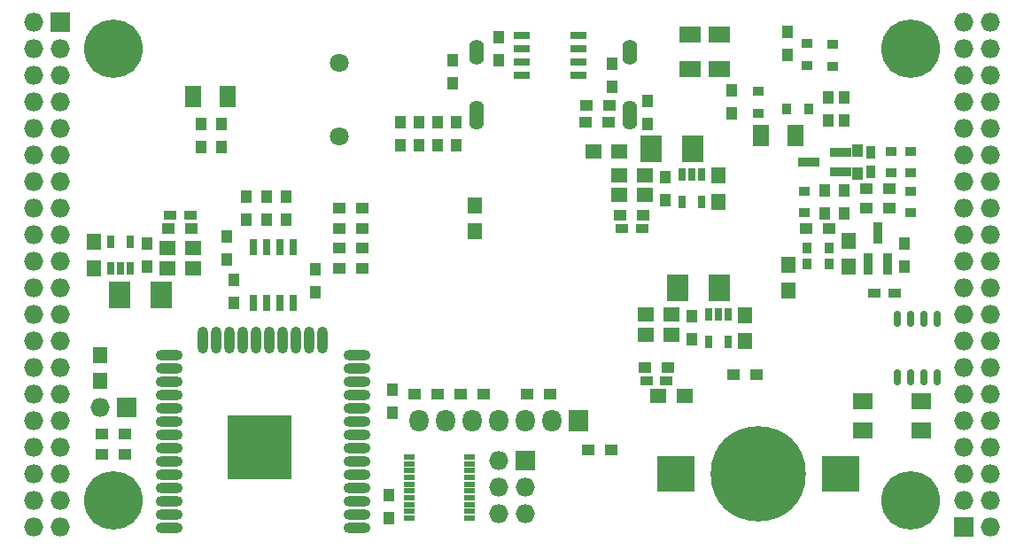
<source format=gbs>
G04 #@! TF.FileFunction,Soldermask,Bot*
%FSLAX46Y46*%
G04 Gerber Fmt 4.6, Leading zero omitted, Abs format (unit mm)*
G04 Created by KiCad (PCBNEW 4.0.7+dfsg1-1) date Tue Oct  3 00:54:53 2017*
%MOMM*%
%LPD*%
G01*
G04 APERTURE LIST*
%ADD10C,0.100000*%
%ADD11R,1.000000X1.300000*%
%ADD12R,2.132000X1.624000*%
%ADD13R,2.100000X2.600000*%
%ADD14R,0.800000X1.300000*%
%ADD15R,1.350000X1.600000*%
%ADD16R,1.600000X1.350000*%
%ADD17R,1.624000X2.132000*%
%ADD18O,0.709600X1.573200*%
%ADD19R,0.900000X1.000000*%
%ADD20R,1.000000X0.900000*%
%ADD21R,0.900000X2.000000*%
%ADD22R,2.000000X0.900000*%
%ADD23R,1.300000X0.850000*%
%ADD24R,0.850000X1.300000*%
%ADD25R,1.300000X1.000000*%
%ADD26R,0.700000X1.650000*%
%ADD27R,1.650000X0.700000*%
%ADD28O,2.600000X1.000000*%
%ADD29O,1.000000X2.600000*%
%ADD30R,6.100000X6.100000*%
%ADD31R,1.827200X1.827200*%
%ADD32O,1.827200X1.827200*%
%ADD33C,5.600000*%
%ADD34R,1.100000X0.500000*%
%ADD35R,1.827200X2.132000*%
%ADD36O,1.827200X2.132000*%
%ADD37R,3.600000X3.400000*%
%ADD38C,9.100000*%
%ADD39C,1.800000*%
%ADD40O,1.400000X2.800000*%
%ADD41O,1.400000X2.400000*%
%ADD42R,1.900000X1.500000*%
G04 APERTURE END LIST*
D10*
D11*
X154044000Y-72426000D03*
X154044000Y-70226000D03*
D12*
X160902000Y-63833000D03*
X160902000Y-67135000D03*
X158108000Y-67135000D03*
X158108000Y-63833000D03*
D13*
X160870000Y-88090000D03*
X156870000Y-88090000D03*
D14*
X159825000Y-90600000D03*
X160775000Y-90600000D03*
X161725000Y-90600000D03*
X161725000Y-93200000D03*
X159825000Y-93200000D03*
D13*
X158330000Y-74755000D03*
X154330000Y-74755000D03*
D14*
X157285000Y-77235000D03*
X158235000Y-77235000D03*
X159185000Y-77235000D03*
X159185000Y-79835000D03*
X157285000Y-79835000D03*
D13*
X103530000Y-88725000D03*
X107530000Y-88725000D03*
D14*
X104575000Y-86215000D03*
X103625000Y-86215000D03*
X102675000Y-86215000D03*
X102675000Y-83615000D03*
X104575000Y-83615000D03*
D15*
X101085000Y-83665000D03*
X101085000Y-86165000D03*
D16*
X153810000Y-90630000D03*
X156310000Y-90630000D03*
X153810000Y-92535000D03*
X156310000Y-92535000D03*
D15*
X163315000Y-93150000D03*
X163315000Y-90650000D03*
D16*
X151270000Y-79200000D03*
X153770000Y-79200000D03*
X151270000Y-77295000D03*
X153770000Y-77295000D03*
D15*
X160775000Y-79815000D03*
X160775000Y-77315000D03*
D16*
X110590000Y-84280000D03*
X108090000Y-84280000D03*
X110590000Y-86185000D03*
X108090000Y-86185000D03*
D17*
X110610000Y-69802000D03*
X113912000Y-69802000D03*
X168141000Y-73485000D03*
X164839000Y-73485000D03*
D18*
X181730000Y-96599000D03*
X180460000Y-96599000D03*
X179190000Y-96599000D03*
X177920000Y-96599000D03*
X177920000Y-91011000D03*
X179190000Y-91011000D03*
X180460000Y-91011000D03*
X181730000Y-91011000D03*
D15*
X173221000Y-86038000D03*
X173221000Y-83538000D03*
D19*
X169250000Y-84280000D03*
X171350000Y-84280000D03*
D20*
X179190000Y-80885000D03*
X179190000Y-78785000D03*
X177285000Y-74975000D03*
X177285000Y-77075000D03*
X169030000Y-80885000D03*
X169030000Y-78785000D03*
D21*
X176965000Y-85780000D03*
X175065000Y-85780000D03*
X176015000Y-82780000D03*
D22*
X172435000Y-75075000D03*
X172435000Y-76975000D03*
X169435000Y-76025000D03*
D23*
X153910000Y-96910000D03*
X155810000Y-96910000D03*
X151570000Y-82375000D03*
X153470000Y-82375000D03*
X110290000Y-81105000D03*
X108390000Y-81105000D03*
D24*
X175380000Y-75075000D03*
X175380000Y-76975000D03*
D25*
X169200000Y-82375000D03*
X171400000Y-82375000D03*
D11*
X172840000Y-80935000D03*
X172840000Y-78735000D03*
D25*
X177115000Y-80470000D03*
X174915000Y-80470000D03*
D11*
X174110000Y-74925000D03*
X174110000Y-77125000D03*
X178555000Y-83815000D03*
X178555000Y-86015000D03*
X113785000Y-83180000D03*
X113785000Y-85380000D03*
X170935000Y-80935000D03*
X170935000Y-78735000D03*
X129280000Y-107900000D03*
X129280000Y-110100000D03*
D25*
X150572000Y-103584000D03*
X148372000Y-103584000D03*
X177115000Y-78565000D03*
X174915000Y-78565000D03*
X153760000Y-95640000D03*
X155960000Y-95640000D03*
X110440000Y-82375000D03*
X108240000Y-82375000D03*
X151420000Y-81105000D03*
X153620000Y-81105000D03*
D11*
X158235000Y-90800000D03*
X158235000Y-93000000D03*
X106165000Y-86015000D03*
X106165000Y-83815000D03*
X155695000Y-77465000D03*
X155695000Y-79665000D03*
D25*
X126782000Y-86185000D03*
X124582000Y-86185000D03*
X126782000Y-84279000D03*
X124582000Y-84279000D03*
X126782000Y-82375000D03*
X124582000Y-82375000D03*
X126782000Y-80470000D03*
X124582000Y-80470000D03*
D11*
X130422000Y-74458000D03*
X130422000Y-72258000D03*
X132200000Y-74458000D03*
X132200000Y-72258000D03*
X133978000Y-74458000D03*
X133978000Y-72258000D03*
X135756000Y-74458000D03*
X135756000Y-72258000D03*
D26*
X116325000Y-84120000D03*
X117595000Y-84120000D03*
X118865000Y-84120000D03*
X120135000Y-84120000D03*
X120135000Y-89520000D03*
X118865000Y-89520000D03*
X117595000Y-89520000D03*
X116325000Y-89520000D03*
D23*
X175700000Y-88598000D03*
X177600000Y-88598000D03*
D27*
X141980000Y-67705000D03*
X141980000Y-66435000D03*
X141980000Y-65165000D03*
X141980000Y-63895000D03*
X147380000Y-63895000D03*
X147380000Y-65165000D03*
X147380000Y-66435000D03*
X147380000Y-67705000D03*
D19*
X171350000Y-85804000D03*
X169250000Y-85804000D03*
D20*
X179190000Y-77075000D03*
X179190000Y-74975000D03*
D28*
X126260434Y-111030338D03*
X126260434Y-109760338D03*
X126260434Y-108490338D03*
X126260434Y-107220338D03*
X126260434Y-105950338D03*
X126260434Y-104680338D03*
X126260434Y-103410338D03*
X126260434Y-102140338D03*
X126260434Y-100870338D03*
X126260434Y-99600338D03*
X126260434Y-98330338D03*
X126260434Y-97060338D03*
X126260434Y-95790338D03*
X126260434Y-94520338D03*
D29*
X122975434Y-93030338D03*
X121705434Y-93030338D03*
X120435434Y-93030338D03*
X119165434Y-93030338D03*
X117895434Y-93030338D03*
X116625434Y-93030338D03*
X115355434Y-93030338D03*
X114085434Y-93030338D03*
X112815434Y-93030338D03*
X111545434Y-93030338D03*
D28*
X108260434Y-94520338D03*
X108260434Y-95790338D03*
X108260434Y-97060338D03*
X108260434Y-98330338D03*
X108260434Y-99600338D03*
X108260434Y-100870338D03*
X108260434Y-102140338D03*
X108260434Y-103410338D03*
X108260434Y-104680338D03*
X108260434Y-105950338D03*
X108260434Y-107220338D03*
X108260434Y-108490338D03*
X108260434Y-109760338D03*
X108260434Y-111030338D03*
D30*
X116960434Y-103330338D03*
D31*
X97910000Y-62690000D03*
D32*
X95370000Y-62690000D03*
X97910000Y-65230000D03*
X95370000Y-65230000D03*
X97910000Y-67770000D03*
X95370000Y-67770000D03*
X97910000Y-70310000D03*
X95370000Y-70310000D03*
X97910000Y-72850000D03*
X95370000Y-72850000D03*
X97910000Y-75390000D03*
X95370000Y-75390000D03*
X97910000Y-77930000D03*
X95370000Y-77930000D03*
X97910000Y-80470000D03*
X95370000Y-80470000D03*
X97910000Y-83010000D03*
X95370000Y-83010000D03*
X97910000Y-85550000D03*
X95370000Y-85550000D03*
X97910000Y-88090000D03*
X95370000Y-88090000D03*
X97910000Y-90630000D03*
X95370000Y-90630000D03*
X97910000Y-93170000D03*
X95370000Y-93170000D03*
X97910000Y-95710000D03*
X95370000Y-95710000D03*
X97910000Y-98250000D03*
X95370000Y-98250000D03*
X97910000Y-100790000D03*
X95370000Y-100790000D03*
X97910000Y-103330000D03*
X95370000Y-103330000D03*
X97910000Y-105870000D03*
X95370000Y-105870000D03*
X97910000Y-108410000D03*
X95370000Y-108410000D03*
X97910000Y-110950000D03*
X95370000Y-110950000D03*
D31*
X184270000Y-110950000D03*
D32*
X186810000Y-110950000D03*
X184270000Y-108410000D03*
X186810000Y-108410000D03*
X184270000Y-105870000D03*
X186810000Y-105870000D03*
X184270000Y-103330000D03*
X186810000Y-103330000D03*
X184270000Y-100790000D03*
X186810000Y-100790000D03*
X184270000Y-98250000D03*
X186810000Y-98250000D03*
X184270000Y-95710000D03*
X186810000Y-95710000D03*
X184270000Y-93170000D03*
X186810000Y-93170000D03*
X184270000Y-90630000D03*
X186810000Y-90630000D03*
X184270000Y-88090000D03*
X186810000Y-88090000D03*
X184270000Y-85550000D03*
X186810000Y-85550000D03*
X184270000Y-83010000D03*
X186810000Y-83010000D03*
X184270000Y-80470000D03*
X186810000Y-80470000D03*
X184270000Y-77930000D03*
X186810000Y-77930000D03*
X184270000Y-75390000D03*
X186810000Y-75390000D03*
X184270000Y-72850000D03*
X186810000Y-72850000D03*
X184270000Y-70310000D03*
X186810000Y-70310000D03*
X184270000Y-67770000D03*
X186810000Y-67770000D03*
X184270000Y-65230000D03*
X186810000Y-65230000D03*
X184270000Y-62690000D03*
X186810000Y-62690000D03*
D33*
X102990000Y-108410000D03*
X179190000Y-108410000D03*
X179190000Y-65230000D03*
X102990000Y-65230000D03*
D19*
X167345000Y-70945000D03*
X169445000Y-70945000D03*
D20*
X164585000Y-69260000D03*
X164585000Y-71360000D03*
D11*
X162045000Y-71410000D03*
X162045000Y-69210000D03*
X139820000Y-66330000D03*
X139820000Y-64130000D03*
X135375000Y-68532000D03*
X135375000Y-66332000D03*
X150615000Y-68870000D03*
X150615000Y-66670000D03*
D25*
X150275000Y-72215000D03*
X148075000Y-72215000D03*
X150380000Y-70600000D03*
X148180000Y-70600000D03*
D34*
X137005000Y-104215000D03*
X137005000Y-104865000D03*
X137005000Y-105515000D03*
X137005000Y-106165000D03*
X137005000Y-106815000D03*
X137005000Y-107465000D03*
X137005000Y-108115000D03*
X137005000Y-108765000D03*
X137005000Y-109415000D03*
X137005000Y-110065000D03*
X131205000Y-110065000D03*
X131205000Y-109415000D03*
X131205000Y-108765000D03*
X131205000Y-108115000D03*
X131205000Y-107465000D03*
X131205000Y-106815000D03*
X131205000Y-106165000D03*
X131205000Y-105515000D03*
X131205000Y-104865000D03*
X131205000Y-104215000D03*
D11*
X119500000Y-79370000D03*
X119500000Y-81570000D03*
X114480000Y-89500000D03*
X114480000Y-87300000D03*
X129660000Y-99985000D03*
X129660000Y-97785000D03*
X117595000Y-79370000D03*
X117595000Y-81570000D03*
X122280000Y-86300000D03*
X122280000Y-88500000D03*
X115690000Y-79370000D03*
X115690000Y-81570000D03*
D25*
X144730000Y-98250000D03*
X142530000Y-98250000D03*
X138380000Y-98250000D03*
X136180000Y-98250000D03*
X133935000Y-98250000D03*
X131735000Y-98250000D03*
X101890000Y-103965000D03*
X104090000Y-103965000D03*
D31*
X104260000Y-99520000D03*
D32*
X101720000Y-99520000D03*
D25*
X101890000Y-102060000D03*
X104090000Y-102060000D03*
D15*
X167506000Y-88324000D03*
X167506000Y-85824000D03*
D25*
X164415000Y-96345000D03*
X162215000Y-96345000D03*
D11*
X167379000Y-65822000D03*
X167379000Y-63622000D03*
D31*
X142360000Y-104600000D03*
D32*
X139820000Y-104600000D03*
X142360000Y-107140000D03*
X139820000Y-107140000D03*
X142360000Y-109680000D03*
X139820000Y-109680000D03*
D16*
X155030000Y-98400000D03*
X157530000Y-98400000D03*
D15*
X137480000Y-82650000D03*
X137480000Y-80150000D03*
D16*
X151330000Y-75000000D03*
X148830000Y-75000000D03*
D15*
X101720000Y-94460000D03*
X101720000Y-96960000D03*
D11*
X113277000Y-74585000D03*
X113277000Y-72385000D03*
X111372000Y-74585000D03*
X111372000Y-72385000D03*
D20*
X169284000Y-66788000D03*
X169284000Y-64688000D03*
X171697000Y-66881000D03*
X171697000Y-64781000D03*
D11*
X172840000Y-72045000D03*
X172840000Y-69845000D03*
X171316000Y-72045000D03*
X171316000Y-69845000D03*
D35*
X147440000Y-100790000D03*
D36*
X144900000Y-100790000D03*
X142360000Y-100790000D03*
X139820000Y-100790000D03*
X137280000Y-100790000D03*
X134740000Y-100790000D03*
X132200000Y-100790000D03*
D37*
X172485000Y-105870000D03*
X156685000Y-105870000D03*
D38*
X164585000Y-105870000D03*
D39*
X124580000Y-66540000D03*
X124580000Y-73540000D03*
D40*
X152280000Y-71550000D03*
X137680000Y-71550000D03*
D41*
X137680000Y-65500000D03*
X152280000Y-65500000D03*
D42*
X180212000Y-98882000D03*
X174612000Y-98882000D03*
X174612000Y-101682000D03*
X180212000Y-101682000D03*
M02*

</source>
